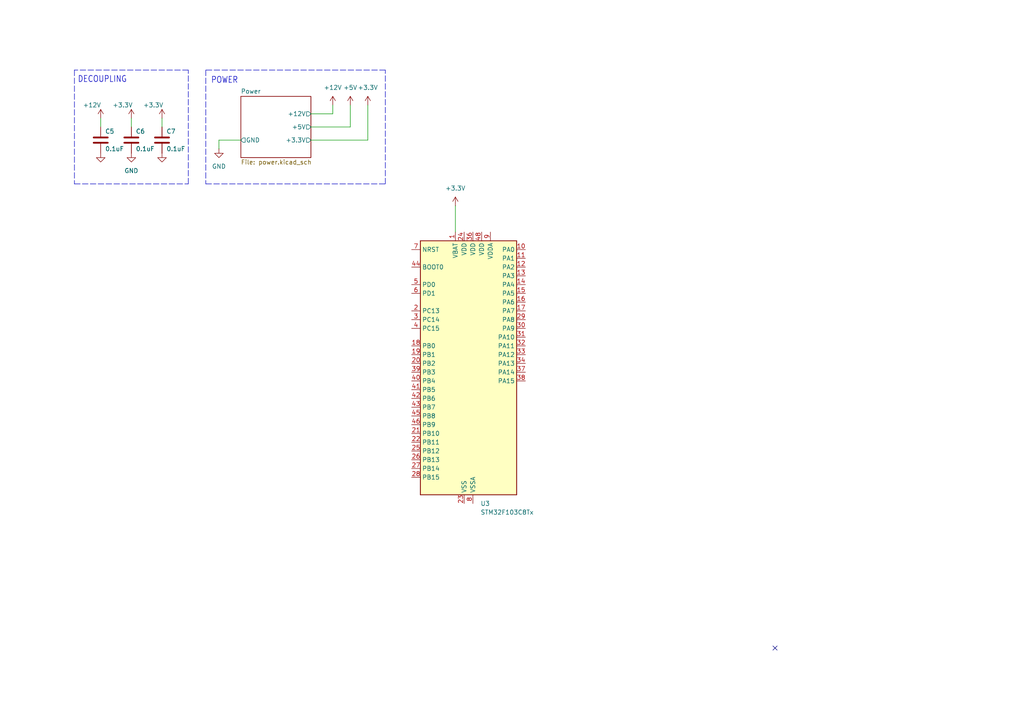
<source format=kicad_sch>
(kicad_sch (version 20231120) (generator "eeschema") (generator_version "8.0")
  (paper "A4")
  (title_block (title "Oxygen Delivery Robot Main PCB") (rev "1") (company "UIUC - ECE 445 Senior Design Lab - Spring 2024") (comment 1 "Rutvik Sayankar"))
  (lib_symbols
    (symbol "+12V_1" (power) (pin_numbers hide) (pin_names (offset 0) hide)
      (property "Value" "+12V" (at 0 3.556 0))
      (symbol "+12V_1_0_1"
        (polyline (pts (xy -0.762 1.27) (xy 0 2.54)))
        (polyline (pts (xy 0 0) (xy 0 2.54)))
        (polyline (pts (xy 0 2.54) (xy 0.762 1.27)))
      )
      (symbol "+12V_1_1_1"
        (pin power_in line (at 0 0 90) (length 0) (name "~") (number "1"))
      )
    )
    (symbol "+3.3V_1" (power) (pin_numbers hide) (pin_names (offset 0) hide)
      (property "Value" "+3.3V" (at 0 3.556 0))
      (symbol "+3.3V_1_0_1"
        (polyline (pts (xy -0.762 1.27) (xy 0 2.54)))
        (polyline (pts (xy 0 0) (xy 0 2.54)))
        (polyline (pts (xy 0 2.54) (xy 0.762 1.27)))
      )
      (symbol "+3.3V_1_1_1"
        (pin power_in line (at 0 0 90) (length 0) (name "~") (number "1"))
      )
    )
    (symbol "+3.3V_2" (power) (pin_numbers hide) (pin_names (offset 0) hide)
      (property "Value" "+3.3V" (at 0 3.556 0))
      (symbol "+3.3V_2_0_1"
        (polyline (pts (xy -0.762 1.27) (xy 0 2.54)))
        (polyline (pts (xy 0 0) (xy 0 2.54)))
        (polyline (pts (xy 0 2.54) (xy 0.762 1.27)))
      )
      (symbol "+3.3V_2_1_1"
        (pin power_in line (at 0 0 90) (length 0) (name "~") (number "1"))
      )
    )
    (symbol "Device:C" (pin_numbers hide) (pin_names (offset 0.254))
      (property "Reference" "C" (at 0.635 2.54 0))
      (property "Value" "C" (at 0.635 -2.54 0))
      (symbol "C_0_1"
        (polyline (pts (xy -2.032 -0.762) (xy 2.032 -0.762)) (stroke (width 0.508)))
        (polyline (pts (xy -2.032 0.762) (xy 2.032 0.762)) (stroke (width 0.508)))
      )
      (symbol "C_1_1"
        (pin passive line (at 0 3.81 270) (length 2.794) (name "~") (number "1"))
        (pin passive line (at 0 -3.81 90) (length 2.794) (name "~") (number "2"))
      )
    )
    (symbol "GND_1" (power) (pin_numbers hide) (pin_names (offset 0) hide)
      (property "Value" "GND" (at 0 -3.81 0))
      (symbol "GND_1_0_1"
        (polyline (pts (xy 0 0) (xy 0 -1.27) (xy 1.27 -1.27) (xy 0 -2.54) (xy -1.27 -1.27) (xy 0 -1.27)))
      )
      (symbol "GND_1_1_1"
        (pin power_in line (at 0 0 270) (length 0) (name "~") (number "1"))
      )
    )
    (symbol "MCU_ST_STM32F1:STM32F103C8Tx"
      (property "Reference" "U" (at -12.7 39.37 0))
      (property "Value" "STM32F103C8Tx" (at 10.16 39.37 0))
      (symbol "STM32F103C8Tx_0_1"
        (rectangle (start -12.7 -35.56) (end 15.24 38.1) (stroke (width 0.254)) (fill (type background)))
      )
      (symbol "STM32F103C8Tx_1_1"
        (pin power_in line (at -2.54 40.64 270) (length 2.54) (name "VBAT") (number "1"))
        (pin bidirectional line (at 17.78 35.56 180) (length 2.54) (name "PA0") (number "10"))
        (pin bidirectional line (at 17.78 33.02 180) (length 2.54) (name "PA1") (number "11"))
        (pin bidirectional line (at 17.78 30.48 180) (length 2.54) (name "PA2") (number "12"))
        (pin bidirectional line (at 17.78 27.94 180) (length 2.54) (name "PA3") (number "13"))
        (pin bidirectional line (at 17.78 25.4 180) (length 2.54) (name "PA4") (number "14"))
        (pin bidirectional line (at 17.78 22.86 180) (length 2.54) (name "PA5") (number "15"))
        (pin bidirectional line (at 17.78 20.32 180) (length 2.54) (name "PA6") (number "16"))
        (pin bidirectional line (at 17.78 17.78 180) (length 2.54) (name "PA7") (number "17"))
        (pin bidirectional line (at -15.24 7.62 0) (length 2.54) (name "PB0") (number "18"))
        (pin bidirectional line (at -15.24 5.08 0) (length 2.54) (name "PB1") (number "19"))
        (pin bidirectional line (at -15.24 17.78 0) (length 2.54) (name "PC13") (number "2"))
        (pin bidirectional line (at -15.24 2.54 0) (length 2.54) (name "PB2") (number "20"))
        (pin bidirectional line (at -15.24 -17.78 0) (length 2.54) (name "PB10") (number "21"))
        (pin bidirectional line (at -15.24 -20.32 0) (length 2.54) (name "PB11") (number "22"))
        (pin power_in line (at 0 -38.1 90) (length 2.54) (name "VSS") (number "23"))
        (pin power_in line (at 0 40.64 270) (length 2.54) (name "VDD") (number "24"))
        (pin bidirectional line (at -15.24 -22.86 0) (length 2.54) (name "PB12") (number "25"))
        (pin bidirectional line (at -15.24 -25.4 0) (length 2.54) (name "PB13") (number "26"))
        (pin bidirectional line (at -15.24 -27.94 0) (length 2.54) (name "PB14") (number "27"))
        (pin bidirectional line (at -15.24 -30.48 0) (length 2.54) (name "PB15") (number "28"))
        (pin bidirectional line (at 17.78 15.24 180) (length 2.54) (name "PA8") (number "29"))
        (pin bidirectional line (at -15.24 15.24 0) (length 2.54) (name "PC14") (number "3"))
        (pin bidirectional line (at 17.78 12.7 180) (length 2.54) (name "PA9") (number "30"))
        (pin bidirectional line (at 17.78 10.16 180) (length 2.54) (name "PA10") (number "31"))
        (pin bidirectional line (at 17.78 7.62 180) (length 2.54) (name "PA11") (number "32"))
        (pin bidirectional line (at 17.78 5.08 180) (length 2.54) (name "PA12") (number "33"))
        (pin bidirectional line (at 17.78 2.54 180) (length 2.54) (name "PA13") (number "34"))
        (pin passive line (at 0 -38.1 90) (length 2.54) hide (name "VSS") (number "35"))
        (pin power_in line (at 2.54 40.64 270) (length 2.54) (name "VDD") (number "36"))
        (pin bidirectional line (at 17.78 0 180) (length 2.54) (name "PA14") (number "37"))
        (pin bidirectional line (at 17.78 -2.54 180) (length 2.54) (name "PA15") (number "38"))
        (pin bidirectional line (at -15.24 0 0) (length 2.54) (name "PB3") (number "39"))
        (pin bidirectional line (at -15.24 12.7 0) (length 2.54) (name "PC15") (number "4"))
        (pin bidirectional line (at -15.24 -2.54 0) (length 2.54) (name "PB4") (number "40"))
        (pin bidirectional line (at -15.24 -5.08 0) (length 2.54) (name "PB5") (number "41"))
        (pin bidirectional line (at -15.24 -7.62 0) (length 2.54) (name "PB6") (number "42"))
        (pin bidirectional line (at -15.24 -10.16 0) (length 2.54) (name "PB7") (number "43"))
        (pin input line (at -15.24 30.48 0) (length 2.54) (name "BOOT0") (number "44"))
        (pin bidirectional line (at -15.24 -12.7 0) (length 2.54) (name "PB8") (number "45"))
        (pin bidirectional line (at -15.24 -15.24 0) (length 2.54) (name "PB9") (number "46"))
        (pin passive line (at 0 -38.1 90) (length 2.54) hide (name "VSS") (number "47"))
        (pin power_in line (at 5.08 40.64 270) (length 2.54) (name "VDD") (number "48"))
        (pin bidirectional line (at -15.24 25.4 0) (length 2.54) (name "PD0") (number "5"))
        (pin bidirectional line (at -15.24 22.86 0) (length 2.54) (name "PD1") (number "6"))
        (pin input line (at -15.24 35.56 0) (length 2.54) (name "NRST") (number "7"))
        (pin power_in line (at 2.54 -38.1 90) (length 2.54) (name "VSSA") (number "8"))
        (pin power_in line (at 7.62 40.64 270) (length 2.54) (name "VDDA") (number "9"))
      )
    )
    (symbol "power:+12V" (power) (pin_names (offset 0))
      (property "Value" "+12V" (at 0 3.556 0))
      (symbol "+12V_0_1"
        (polyline (pts (xy -0.762 1.27) (xy 0 2.54)))
        (polyline (pts (xy 0 0) (xy 0 2.54)))
        (polyline (pts (xy 0 2.54) (xy 0.762 1.27)))
      )
      (symbol "+12V_1_1"
        (pin power_in line (at 0 0 90) (length 0) hide (name "+12V") (number "1"))
      )
    )
    (symbol "power:+3.3V" (power) (pin_names (offset 0))
      (property "Value" "+3.3V" (at 0 3.556 0))
      (symbol "+3.3V_0_1"
        (polyline (pts (xy -0.762 1.27) (xy 0 2.54)))
        (polyline (pts (xy 0 0) (xy 0 2.54)))
        (polyline (pts (xy 0 2.54) (xy 0.762 1.27)))
      )
      (symbol "+3.3V_1_1"
        (pin power_in line (at 0 0 90) (length 0) hide (name "+3.3V") (number "1"))
      )
    )
    (symbol "power:+5V" (power) (pin_numbers hide) (pin_names (offset 0) hide)
      (property "Value" "+5V" (at 0 3.556 0))
      (symbol "+5V_0_1"
        (polyline (pts (xy -0.762 1.27) (xy 0 2.54)))
        (polyline (pts (xy 0 0) (xy 0 2.54)))
        (polyline (pts (xy 0 2.54) (xy 0.762 1.27)))
      )
      (symbol "+5V_1_1"
        (pin power_in line (at 0 0 90) (length 0) (name "~") (number "1"))
      )
    )
    (symbol "power:GND" (power) (pin_names (offset 0))
      (property "Value" "GND" (at 0 -3.81 0))
      (symbol "GND_0_1"
        (polyline (pts (xy 0 0) (xy 0 -1.27) (xy 1.27 -1.27) (xy 0 -2.54) (xy -1.27 -1.27) (xy 0 -1.27)))
      )
      (symbol "GND_1_1"
        (pin power_in line (at 0 0 270) (length 0) hide (name "GND") (number "1"))
      )
    )
  )
  (no_connect (at 224.79 187.96))
  (wire (pts (xy 63.5 40.64) (xy 69.85 40.64)))
  (polyline (pts (xy 59.69 53.34) (xy 111.76 53.34)) (stroke (width 0) (type dash)))
  (wire (pts (xy 132.08 59.69) (xy 132.08 67.31)))
  (wire (pts (xy 106.68 40.64) (xy 106.68 30.48)))
  (wire (pts (xy 101.6 36.83) (xy 101.6 30.48)))
  (polyline (pts (xy 21.59 20.32) (xy 21.59 53.34)) (stroke (width 0) (type dash)))
  (polyline (pts (xy 111.76 53.34) (xy 111.76 20.32)) (stroke (width 0) (type dash)))
  (wire (pts (xy 38.1 36.83) (xy 38.1 34.29)))
  (wire (pts (xy 29.21 34.29) (xy 29.21 36.83)))
  (wire (pts (xy 46.99 36.83) (xy 46.99 34.29)))
  (wire (pts (xy 63.5 43.18) (xy 63.5 40.64)))
  (wire (pts (xy 90.17 33.02) (xy 96.52 33.02)))
  (wire (pts (xy 90.17 40.64) (xy 106.68 40.64)))
  (polyline (pts (xy 21.59 53.34) (xy 54.61 53.34)) (stroke (width 0) (type dash)))
  (polyline (pts (xy 59.69 20.32) (xy 59.69 53.34)) (stroke (width 0) (type dash)))
  (polyline (pts (xy 54.61 20.32) (xy 21.59 20.32)) (stroke (width 0) (type dash)))
  (polyline (pts (xy 54.61 53.34) (xy 54.61 20.32)) (stroke (width 0) (type dash)))
  (polyline (pts (xy 111.76 20.32) (xy 59.69 20.32)) (stroke (width 0) (type dash)))
  (wire (pts (xy 90.17 36.83) (xy 101.6 36.83)))
  (wire (pts (xy 96.52 33.02) (xy 96.52 30.48)))
  (text "POWER\n" (at 69.088 24.384 0) (effects (font (size 1.778 1.5113)) (justify right bottom)))
  (text "DECOUPLING" (at 36.83 24.13 0) (effects (font (size 1.778 1.5113)) (justify right bottom)))
  (symbol (lib_id "power:+12V") (at 29.21 34.29 0) (unit 1)
    (property "Reference" "#PWR012" (effects (hide yes)))
    (property "Value" "+12V" (at 26.67 30.48 0))
  )
  (symbol (lib_id "power:+3.3V") (at 38.1 34.29 0) (unit 1)
    (property "Reference" "#PWR014" (effects (hide yes)))
    (property "Value" "+3.3V" (at 35.56 30.48 0))
  )
  (symbol (lib_id "power:+5V") (at 101.6 30.48 0) (unit 1)
    (property "Reference" "#PWR019" (effects (hide yes)))
    (property "Value" "+5V" (at 101.6 25.4 0))
    (property "Description" "Power symbol creates a global label with name \"+5V\"" (effects (hide yes)))
  )
  (symbol (lib_id "Device:C") (at 46.99 40.64 0) (unit 1)
    (property "Reference" "C7" (at 48.26 38.1 0) (effects (justify left)))
    (property "Value" "0.1uF" (at 48.26 43.18 0) (effects (justify left)))
    (property "Footprint" "Capacitor_SMD:C_0805_2012Metric_Pad1.18x1.45mm_HandSolder" (effects (hide yes)))
  )
  (symbol (lib_id "MCU_ST_STM32F1:STM32F103C8Tx") (at 134.62 107.95 0) (unit 1)
    (property "Reference" "U3" (at 139.3541 146.05 0) (effects (justify left)))
    (property "Value" "STM32F103C8Tx" (at 139.3541 148.59 0) (effects (justify left)))
    (property "Footprint" "Package_QFP:LQFP-48_7x7mm_P0.5mm" (effects (hide yes)))
    (property "Datasheet" "https://www.st.com/resource/en/datasheet/stm32f103c8.pdf" (effects (hide yes)))
    (property "Description" "STMicroelectronics Arm Cortex-M3 MCU, 64KB flash, 20KB RAM, 72 MHz, 2.0-3.6V, 37 GPIO, LQFP48" (effects (hide yes)))
  )
  (symbol (lib_name "+3.3V_2") (lib_id "power:+3.3V") (at 132.08 59.69 0) (unit 1)
    (property "Reference" "#PWR022" (effects (hide yes)))
    (property "Value" "+3.3V" (at 132.08 54.61 0))
    (property "Description" "Power symbol creates a global label with name \"+3.3V\"" (effects (hide yes)))
  )
  (symbol (lib_id "Device:C") (at 29.21 40.64 0) (unit 1)
    (property "Reference" "C5" (at 30.48 38.1 0) (effects (justify left)))
    (property "Value" "0.1uF" (at 30.48 43.18 0) (effects (justify left)))
    (property "Footprint" "Capacitor_SMD:C_0805_2012Metric_Pad1.18x1.45mm_HandSolder" (effects (hide yes)))
  )
  (symbol (lib_id "Device:C") (at 38.1 40.64 0) (unit 1)
    (property "Reference" "C6" (at 39.37 38.1 0) (effects (justify left)))
    (property "Value" "0.1uF" (at 39.37 43.18 0) (effects (justify left)))
    (property "Footprint" "Capacitor_SMD:C_0805_2012Metric_Pad1.18x1.45mm_HandSolder" (effects (hide yes)))
  )
  (symbol (lib_name "+12V_1") (lib_id "power:+12V") (at 96.52 30.48 0) (unit 1)
    (property "Reference" "#PWR020" (effects (hide yes)))
    (property "Value" "+12V" (at 96.52 25.4 0))
    (property "Description" "Power symbol creates a global label with name \"+12V\"" (effects (hide yes)))
  )
  (symbol (lib_id "power:GND") (at 46.99 44.45 0) (unit 1)
    (property "Reference" "#PWR017" (effects (hide yes)))
    (property "Value" "GND" (effects (hide yes)))
  )
  (symbol (lib_id "power:GND") (at 29.21 44.45 0) (unit 1)
    (property "Reference" "#PWR013" (effects (hide yes)))
    (property "Value" "GND" (effects (hide yes)))
  )
  (symbol (lib_name "GND_1") (lib_id "power:GND") (at 63.5 43.18 0) (unit 1)
    (property "Reference" "#PWR018" (effects (hide yes)))
    (property "Value" "GND" (at 63.5 48.26 0))
    (property "Description" "Power symbol creates a global label with name \"GND\" , ground" (effects (hide yes)))
  )
  (symbol (lib_id "power:GND") (at 38.1 44.45 0) (unit 1)
    (property "Reference" "#PWR015" (effects (hide yes)))
    (property "Value" "GND" (at 38.1 49.53 0))
  )
  (symbol (lib_name "+3.3V_1") (lib_id "power:+3.3V") (at 106.68 30.48 0) (unit 1)
    (property "Reference" "#PWR021" (effects (hide yes)))
    (property "Value" "+3.3V" (at 106.68 25.4 0))
    (property "Description" "Power symbol creates a global label with name \"+3.3V\"" (effects (hide yes)))
  )
  (symbol (lib_id "power:+3.3V") (at 46.99 34.29 0) (unit 1)
    (property "Reference" "#PWR016" (effects (hide yes)))
    (property "Value" "+3.3V" (at 44.45 30.48 0))
  )
  (sheet (at 69.85 27.94) (size 20.32 17.78) (stroke (width 0.1524))
    (property "Sheetname" "Power" (at 69.85 27.2284 0) (effects (justify left bottom)))
    (property "Sheetfile" "power.kicad_sch" (at 69.85 46.3046 0) (effects (justify left top)))
    (pin "+5V" output (at 90.17 36.83 0))
    (pin "+3.3V" output (at 90.17 40.64 0))
    (pin "+12V" output (at 90.17 33.02 0))
    (pin "GND" output (at 69.85 40.64 180))
  )
)
</source>
